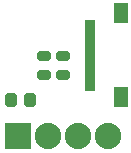
<source format=gts>
G04*
G04 #@! TF.GenerationSoftware,Altium Limited,Altium Designer,24.1.2 (44)*
G04*
G04 Layer_Color=8388736*
%FSLAX25Y25*%
%MOIN*%
G70*
G04*
G04 #@! TF.SameCoordinates,65BFF3FE-7942-4149-9377-A7B4CFA7E9D2*
G04*
G04*
G04 #@! TF.FilePolarity,Negative*
G04*
G01*
G75*
G04:AMPARAMS|DCode=16|XSize=39.5mil|YSize=45.4mil|CornerRadius=7.94mil|HoleSize=0mil|Usage=FLASHONLY|Rotation=0.000|XOffset=0mil|YOffset=0mil|HoleType=Round|Shape=RoundedRectangle|*
%AMROUNDEDRECTD16*
21,1,0.03950,0.02953,0,0,0.0*
21,1,0.02362,0.04540,0,0,0.0*
1,1,0.01587,0.01181,-0.01476*
1,1,0.01587,-0.01181,-0.01476*
1,1,0.01587,-0.01181,0.01476*
1,1,0.01587,0.01181,0.01476*
%
%ADD16ROUNDEDRECTD16*%
%ADD17R,0.04737X0.06800*%
%ADD18R,0.03556X0.01981*%
G04:AMPARAMS|DCode=19|XSize=31.62mil|YSize=43.43mil|CornerRadius=6.95mil|HoleSize=0mil|Usage=FLASHONLY|Rotation=90.000|XOffset=0mil|YOffset=0mil|HoleType=Round|Shape=RoundedRectangle|*
%AMROUNDEDRECTD19*
21,1,0.03162,0.02953,0,0,90.0*
21,1,0.01772,0.04343,0,0,90.0*
1,1,0.01391,0.01476,0.00886*
1,1,0.01391,0.01476,-0.00886*
1,1,0.01391,-0.01476,-0.00886*
1,1,0.01391,-0.01476,0.00886*
%
%ADD19ROUNDEDRECTD19*%
%ADD20R,0.08800X0.08800*%
%ADD21C,0.08800*%
D16*
X121457Y421149D02*
D03*
X127756D02*
D03*
D17*
X158217Y450012D02*
D03*
Y422138D02*
D03*
D18*
X147784Y444933D02*
D03*
Y446902D02*
D03*
Y425248D02*
D03*
Y427217D02*
D03*
Y429185D02*
D03*
Y431154D02*
D03*
Y433122D02*
D03*
Y435091D02*
D03*
Y437059D02*
D03*
Y439028D02*
D03*
Y440996D02*
D03*
Y442965D02*
D03*
D19*
X139000Y435677D02*
D03*
Y429575D02*
D03*
X132500Y435677D02*
D03*
Y429575D02*
D03*
D20*
X123976Y409055D02*
D03*
D21*
X133976D02*
D03*
X143976D02*
D03*
X153976D02*
D03*
M02*

</source>
